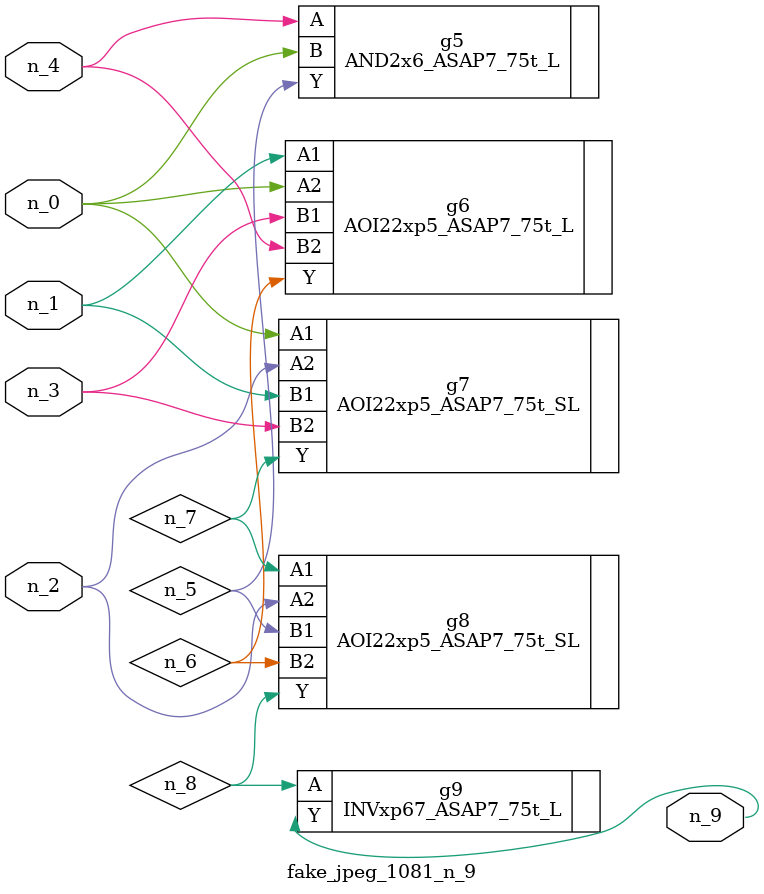
<source format=v>
module fake_jpeg_1081_n_9 (n_3, n_2, n_1, n_0, n_4, n_9);

input n_3;
input n_2;
input n_1;
input n_0;
input n_4;

output n_9;

wire n_8;
wire n_6;
wire n_5;
wire n_7;

AND2x6_ASAP7_75t_L g5 ( 
.A(n_4),
.B(n_0),
.Y(n_5)
);

AOI22xp5_ASAP7_75t_L g6 ( 
.A1(n_1),
.A2(n_0),
.B1(n_3),
.B2(n_4),
.Y(n_6)
);

AOI22xp5_ASAP7_75t_SL g7 ( 
.A1(n_0),
.A2(n_2),
.B1(n_1),
.B2(n_3),
.Y(n_7)
);

AOI22xp5_ASAP7_75t_SL g8 ( 
.A1(n_7),
.A2(n_2),
.B1(n_5),
.B2(n_6),
.Y(n_8)
);

INVxp67_ASAP7_75t_L g9 ( 
.A(n_8),
.Y(n_9)
);


endmodule
</source>
